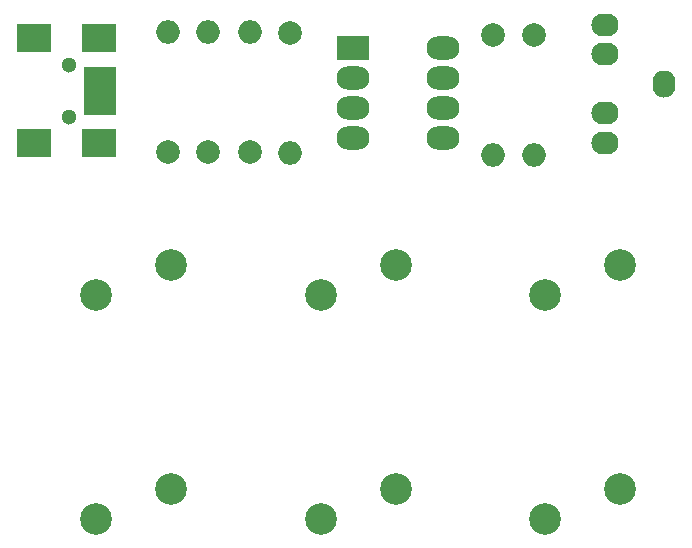
<source format=gts>
G04 #@! TF.FileFunction,Soldermask,Top*
%FSLAX46Y46*%
G04 Gerber Fmt 4.6, Leading zero omitted, Abs format (unit mm)*
G04 Created by KiCad (PCBNEW 4.0.6) date Sunday, July 23, 2017 'AMt' 03:34:07 AM*
%MOMM*%
%LPD*%
G01*
G04 APERTURE LIST*
%ADD10C,0.100000*%
%ADD11C,2.686000*%
%ADD12O,1.924000X2.300000*%
%ADD13O,2.300000X1.924000*%
%ADD14R,2.800000X2.000000*%
%ADD15O,2.800000X2.000000*%
%ADD16C,2.000000*%
%ADD17O,2.000000X2.000000*%
%ADD18R,2.700000X0.900000*%
%ADD19R,2.900000X2.400000*%
%ADD20C,1.300000*%
G04 APERTURE END LIST*
D10*
D11*
X123412000Y-113947000D03*
X117062000Y-116487000D03*
X142412000Y-94947000D03*
X136062000Y-97487000D03*
D12*
X165172000Y-79627000D03*
D13*
X160172000Y-82127000D03*
X160172000Y-77127000D03*
X160172000Y-84627000D03*
X160172000Y-74627000D03*
D14*
X138772000Y-76627000D03*
D15*
X146392000Y-84247000D03*
X138772000Y-79167000D03*
X146392000Y-81707000D03*
X138772000Y-81707000D03*
X146392000Y-79167000D03*
X138772000Y-84247000D03*
X146392000Y-76627000D03*
D16*
X126572000Y-85427000D03*
D17*
X126572000Y-75267000D03*
D16*
X123172000Y-85427000D03*
D17*
X123172000Y-75267000D03*
D16*
X130072000Y-85427000D03*
D17*
X130072000Y-75267000D03*
D16*
X133472000Y-75327000D03*
D17*
X133472000Y-85487000D03*
D16*
X154172000Y-75527000D03*
D17*
X154172000Y-85687000D03*
D16*
X150672000Y-75527000D03*
D17*
X150672000Y-85687000D03*
D18*
X117372000Y-78627000D03*
X117372000Y-79427000D03*
X117372000Y-80227000D03*
X117372000Y-81027000D03*
X117372000Y-81827000D03*
D19*
X117272000Y-75777000D03*
X111772000Y-75777000D03*
X117272000Y-84677000D03*
X111772000Y-84677000D03*
D20*
X114772000Y-78027000D03*
X114772000Y-82427000D03*
D11*
X123412000Y-94947000D03*
X117062000Y-97487000D03*
X142412000Y-113947000D03*
X136062000Y-116487000D03*
X161412000Y-94947000D03*
X155062000Y-97487000D03*
X161412000Y-113947000D03*
X155062000Y-116487000D03*
M02*

</source>
